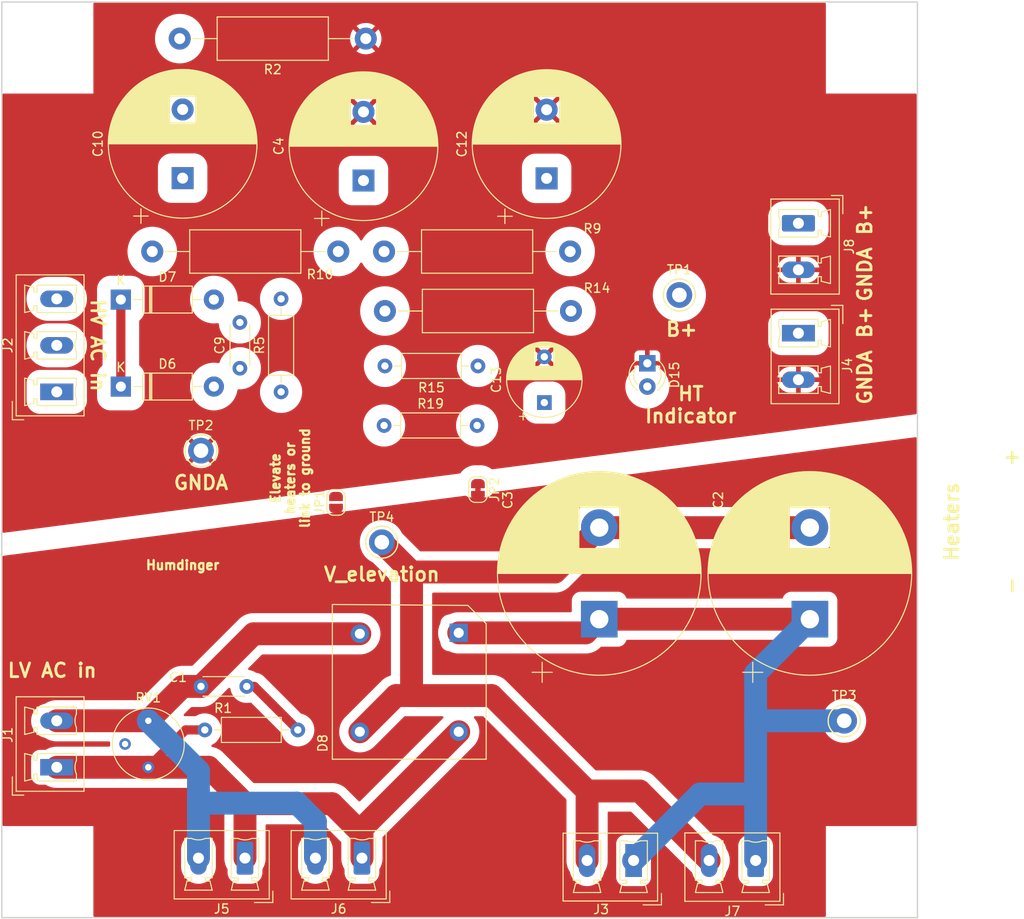
<source format=kicad_pcb>
(kicad_pcb (version 20240108) (generator "pcbnew") (generator_version "8.0")
  (title_block (comment 4 "AISLER Project ID: KBRZOJQS"))
  (layers (0 "F.Cu" signal) (31 "B.Cu" signal) (34 "B.Paste" user) (35 "F.Paste" user) (36 "B.SilkS" user "B.Silkscreen") (37 "F.SilkS" user "F.Silkscreen") (38 "B.Mask" user) (39 "F.Mask" user) (44 "Edge.Cuts" user))
  (net 0 "")
  (net 1 "Net-(C1-Pad1)")
  (net 2 "Net-(D8-+)")
  (net 3 "Net-(C9-Pad2)")
  (net 4 "Net-(D6-A)")
  (net 5 "GNDA")
  (net 6 "Net-(D6-K)")
  (net 7 "Net-(C13-Pad1)")
  (net 8 "Net-(D7-A)")
  (net 9 "Net-(J1-Pin_1)")
  (net 10 "Net-(D15-A)")
  (net 11 "Net-(C4-Pad1)")
  (net 12 "Net-(J4-Pin_1)")
  (net 13 "Net-(J1-Pin_2)")
  (net 14 "+VDC")
  (net 15 "Net-(D8--)")
  (net 16 "Net-(J2-Pin_2)")
  (net 17 "Net-(JP2-A)")
  (footprint "Resistor_THT:R_Axial_DIN0207_L6.3mm_D2.5mm_P10.16mm_Horizontal" (layer "F.Cu") (at 80.5 92.58 90)
    (property "Reference" "R5" (at 5.08 -2.37 90) (layer "F.SilkS"))
    (property "Value" "4.7k")
    (pad "1" thru_hole circle (at 0 0 90) (size 1.6 1.6) (drill 0.8) (layers "*.Cu" "*.Mask") (net 3 "Net-(C9-Pad2)"))
    (pad "2" thru_hole oval (at 10.16 0 90) (size 1.6 1.6) (drill 0.8) (layers "*.Cu" "*.Mask") (net 8 "Net-(D7-A)"))
  )
  (footprint "Resistor_THT:R_Axial_DIN0207_L6.3mm_D2.5mm_P10.16mm_Horizontal" (layer "F.Cu") (at 102 89.75 180)
    (property "Reference" "R15" (at 5.08 -2.37 0) (layer "F.SilkS"))
    (property "Value" "33k")
    (pad "1" thru_hole circle (at 0 0 180) (size 1.6 1.6) (drill 0.8) (layers "*.Cu" "*.Mask") (net 10 "Net-(D15-A)"))
    (pad "2" thru_hole oval (at 10.16 0 180) (size 1.6 1.6) (drill 0.8) (layers "*.Cu" "*.Mask") (net 7 "Net-(C13-Pad1)"))
  )
  (footprint "Capacitor_THT:C_Disc_D4.3mm_W1.9mm_P5.00mm" (layer "F.Cu") (at 76 90 90)
    (property "Reference" "C9" (at 2.5 -2.2 90) (layer "F.SilkS"))
    (property "Value" "10n >1kV")
    (pad "1" thru_hole circle (at 0 0 90) (size 1.6 1.6) (drill 0.8) (layers "*.Cu" "*.Mask") (net 4 "Net-(D6-A)"))
    (pad "2" thru_hole circle (at 5 0 90) (size 1.6 1.6) (drill 0.8) (layers "*.Cu" "*.Mask") (net 3 "Net-(C9-Pad2)"))
  )
  (footprint "Resistor_THT:R_Axial_DIN0414_L11.9mm_D4.5mm_P20.32mm_Horizontal" (layer "F.Cu") (at 91.84 83.75)
    (property "Reference" "R14" (at 23.16 -2.5 0) (layer "F.SilkS"))
    (property "Value" "100k 2W")
    (pad "1" thru_hole circle (at 0 0) (size 2.4 2.4) (drill 1.2) (layers "*.Cu" "*.Mask") (net 7 "Net-(C13-Pad1)"))
    (pad "2" thru_hole oval (at 20.32 0) (size 2.4 2.4) (drill 1.2) (layers "*.Cu" "*.Mask") (net 12 "Net-(J4-Pin_1)"))
  )
  (footprint "Capacitor_THT:C_Disc_D4.3mm_W1.9mm_P5.00mm" (layer "F.Cu") (at 76.75 124.75 180)
    (property "Reference" "C1" (at 7.5 1 180) (layer "F.SilkS"))
    (property "Value" "10n 100V")
    (pad "1" thru_hole circle (at 0 0 180) (size 1.6 1.6) (drill 0.8) (layers "*.Cu" "*.Mask") (net 1 "Net-(C1-Pad1)"))
    (pad "2" thru_hole circle (at 5 0 180) (size 1.6 1.6) (drill 0.8) (layers "*.Cu" "*.Mask") (net 13 "Net-(J1-Pin_2)"))
  )
  (footprint "Capacitor_THT:CP_Radial_D22.0mm_P10.00mm_SnapIn" (layer "F.Cu") (at 138.25 117.407832 90)
    (property "Reference" "C2" (at 13 -10 90) (layer "F.SilkS"))
    (property "Value" "2700uF 50V")
    (pad "1" thru_hole rect (at 0 0 90) (size 4 4) (drill 2) (layers "*.Cu" "*.Mask") (net 2 "Net-(D8-+)"))
    (pad "2" thru_hole circle (at 10 0 90) (size 4 4) (drill 2) (layers "*.Cu" "*.Mask") (net 15 "Net-(D8--)"))
  )
  (footprint "Capacitor_THT:CP_Radial_D22.0mm_P10.00mm_SnapIn" (layer "F.Cu") (at 115.25 117.407832 90)
    (property "Reference" "C3" (at 13 -10 90) (layer "F.SilkS"))
    (property "Value" "2700uF 50V")
    (pad "1" thru_hole rect (at 0 0 90) (size 4 4) (drill 2) (layers "*.Cu" "*.Mask") (net 2 "Net-(D8-+)"))
    (pad "2" thru_hole circle (at 10 0 90) (size 4 4) (drill 2) (layers "*.Cu" "*.Mask") (net 15 "Net-(D8--)"))
  )
  (footprint "Diode_THT:D_DO-41_SOD81_P10.16mm_Horizontal" (layer "F.Cu") (at 63 92)
    (property "Reference" "D6" (at 5.08 -2.47 0) (layer "F.SilkS"))
    (property "Value" "1N4007")
    (fp_text user "K" (at 0 -2.1 0) (layer "F.SilkS"))
    (pad "1" thru_hole rect (at 0 0) (size 2.2 2.2) (drill 1.1) (layers "*.Cu" "*.Mask") (net 6 "Net-(D6-K)"))
    (pad "2" thru_hole oval (at 10.16 0) (size 2.2 2.2) (drill 1.1) (layers "*.Cu" "*.Mask") (net 4 "Net-(D6-A)"))
  )
  (footprint "Diode_THT:D_DO-41_SOD81_P10.16mm_Horizontal" (layer "F.Cu") (at 63 82.5)
    (property "Reference" "D7" (at 5.08 -2.47 0) (layer "F.SilkS"))
    (property "Value" "1N4007")
    (fp_text user "K" (at 0 -2.1 0) (layer "F.SilkS"))
    (pad "1" thru_hole rect (at 0 0) (size 2.2 2.2) (drill 1.1) (layers "*.Cu" "*.Mask") (net 6 "Net-(D6-K)"))
    (pad "2" thru_hole oval (at 10.16 0) (size 2.2 2.2) (drill 1.1) (layers "*.Cu" "*.Mask") (net 8 "Net-(D7-A)"))
  )
  (footprint "LED_THT:LED_D3.0mm" (layer "F.Cu") (at 120.5 89.46 -90)
    (property "Reference" "D15" (at 1.27 -2.96 -90) (layer "F.SilkS"))
    (property "Value" "LED")
    (pad "1" thru_hole rect (at 0 0 270) (size 1.8 1.8) (drill 0.9) (layers "*.Cu" "*.Mask") (net 5 "GNDA"))
    (pad "2" thru_hole circle (at 2.54 0 270) (size 1.8 1.8) (drill 0.9) (layers "*.Cu" "*.Mask") (net 10 "Net-(D15-A)"))
  )
  (footprint "Connector_Phoenix_MC_HighVoltage:PhoenixContact_MCV_1,5_2-G-5.08_1x02_P5.08mm_Vertical" (layer "F.Cu") (at 56 133.58 90)
    (property "Reference" "J1" (at 3.54 -5.35 90) (layer "F.SilkS"))
    (property "Value" "Screw_Terminal_01x02")
    (pad "1" thru_hole rect (at 0 0 90) (size 1.8 3.6) (drill 1.2) (layers "*.Cu" "*.Mask") (net 9 "Net-(J1-Pin_1)"))
    (pad "2" thru_hole oval (at 5.08 0 90) (size 1.8 3.6) (drill 1.2) (layers "*.Cu" "*.Mask") (net 13 "Net-(J1-Pin_2)"))
  )
  (footprint "Connector_Phoenix_MC_HighVoltage:PhoenixContact_MCV_1,5_2-G-5.08_1x02_P5.08mm_Vertical" (layer "F.Cu") (at 119 143.7575 180)
    (property "Reference" "J3" (at 3.54 -5.35 0) (layer "F.SilkS"))
    (property "Value" "Screw_Terminal_01x02")
    (pad "1" thru_hole rect (at 0 0 180) (size 1.8 3.6) (drill 1.2) (layers "*.Cu" "*.Mask") (net 2 "Net-(D8-+)"))
    (pad "2" thru_hole oval (at 5.08 0 180) (size 1.8 3.6) (drill 1.2) (layers "*.Cu" "*.Mask") (net 15 "Net-(D8--)"))
  )
  (footprint "Connector_Phoenix_MC_HighVoltage:PhoenixContact_MCV_1,5_2-G-5.08_1x02_P5.08mm_Vertical" (layer "F.Cu") (at 137 86.17 -90)
    (property "Reference" "J4" (at 3.54 -5.35 -90) (layer "F.SilkS"))
    (property "Value" "Screw_Terminal_01x02")
    (pad "1" thru_hole rect (at 0 0 270) (size 1.8 3.6) (drill 1.2) (layers "*.Cu" "*.Mask") (net 12 "Net-(J4-Pin_1)"))
    (pad "2" thru_hole oval (at 5.08 0 270) (size 1.8 3.6) (drill 1.2) (layers "*.Cu" "*.Mask") (net 5 "GNDA"))
  )
  (footprint "MountingHole:MountingHole_3.2mm_M3" (layer "F.Cu") (at 145 145)
    (property "Reference" "MH2" (hide yes))
    (property "Value" "MountingHole")
    (pad "" np_thru_hole circle (at 0 0) (size 3.2 3.2) (drill 3.2) (layers "*.Cu" "*.Mask"))
  )
  (footprint "MountingHole:MountingHole_3.2mm_M3" (layer "F.Cu") (at 145 55)
    (property "Reference" "MH3" (hide yes))
    (property "Value" "MountingHole")
    (pad "" np_thru_hole circle (at 0 0) (size 3.2 3.2) (drill 3.2) (layers "*.Cu" "*.Mask"))
  )
  (footprint "MountingHole:MountingHole_3.2mm_M3" (layer "F.Cu") (at 55 145)
    (property "Reference" "MH4" (hide yes))
    (property "Value" "MountingHole")
    (pad "" np_thru_hole circle (at 0 0) (size 3.2 3.2) (drill 3.2) (layers "*.Cu" "*.Mask"))
  )
  (footprint "Resistor_THT:R_Axial_DIN0207_L6.3mm_D2.5mm_P10.16mm_Horizontal" (layer "F.Cu") (at 72.17 129.5)
    (property "Reference" "R1" (at 2 -2.37 0) (layer "F.SilkS"))
    (property "Value" "4.7k")
    (pad "1" thru_hole circle (at 0 0) (size 1.6 1.6) (drill 0.8) (layers "*.Cu" "*.Mask") (net 9 "Net-(J1-Pin_1)"))
    (pad "2" thru_hole oval (at 10.16 0) (size 1.6 1.6) (drill 0.8) (layers "*.Cu" "*.Mask") (net 1 "Net-(C1-Pad1)"))
  )
  (footprint "TestPoint:TestPoint_Keystone_5005-5009_Compact" (layer "F.Cu") (at 124 82)
    (property "Reference" "TP1" (at 0 -2.75 0) (layer "F.SilkS"))
    (property "Value" "TestPoint")
    (pad "1" thru_hole circle (at 0 0) (size 2.8 2.8) (drill 1.6) (layers "*.Cu" "*.Mask") (net 12 "Net-(J4-Pin_1)"))
  )
  (footprint "TestPoint:TestPoint_Keystone_5005-5009_Compact" (layer "F.Cu") (at 71.75 99)
    (property "Reference" "TP2" (at 0 -2.75 0) (layer "F.SilkS"))
    (property "Value" "TestPoint")
    (pad "1" thru_hole circle (at 0 0) (size 2.8 2.8) (drill 1.6) (layers "*.Cu" "*.Mask") (net 5 "GNDA"))
  )
  (footprint "TestPoint:TestPoint_Keystone_5005-5009_Compact" (layer "F.Cu") (at 142 128.5)
    (property "Reference" "TP3" (at 0 -2.75 0) (layer "F.SilkS"))
    (property "Value" "TestPoint")
    (pad "1" thru_hole circle (at 0 0) (size 2.8 2.8) (drill 1.6) (layers "*.Cu" "*.Mask") (net 2 "Net-(D8-+)"))
  )
  (footprint "TestPoint:TestPoint_Keystone_5005-5009_Compact" (layer "F.Cu") (at 91.5 109)
    (property "Reference" "TP4" (at 0 -2.75 0) (layer "F.SilkS"))
    (property "Value" "TestPoint")
    (pad "1" thru_hole circle (at 0 0) (size 2.8 2.8) (drill 1.6) (layers "*.Cu" "*.Mask") (net 15 "Net-(D8--)"))
  )
  (footprint "Potentiometer_THT:Potentiometer_Bourns_3339P_Vertical" (layer "F.Cu") (at 66 133.58)
    (property "Reference" "RV1" (at 0 -7.6 360) (layer "F.SilkS"))
    (property "Value" "500r")
    (pad "1" thru_hole circle (at 0 0) (size 1.26 1.26) (drill 0.7) (layers "*.Cu" "*.Mask") (net 9 "Net-(J1-Pin_1)"))
    (pad "2" thru_hole circle (at -2.54 -2.54) (size 1.26 1.26) (drill 0.7) (layers "*.Cu" "*.Mask") (net 14 "+VDC"))
    (pad "3" thru_hole circle (at 0 -5.08) (size 1.26 1.26) (drill 0.7) (layers "*.Cu" "*.Mask") (net 13 "Net-(J1-Pin_2)"))
  )
  (footprint "Diode_THT:Diode_Bridge_16.7x16.7x6.3mm_P10.8mm" (layer "F.Cu") (at 99.9 118.9 -90)
    (property "Reference" "D8" (at 12.05 14.85 90) (layer "F.SilkS"))
    (property "Value" "BR310")
    (pad "1" thru_hole rect (at 0 0 90) (size 2 2) (drill 1.1) (layers "*.Cu" "*.Mask") (net 2 "Net-(D8-+)"))
    (pad "2" thru_hole circle (at 0.1 10.8 90) (size 2 2) (drill 1.1) (layers "*.Cu" "*.Mask") (net 13 "Net-(J1-Pin_2)"))
    (pad "3" thru_hole circle (at 10.8 10.8 90) (size 2 2) (drill 1.1) (layers "*.Cu" "*.Mask") (net 15 "Net-(D8--)"))
    (pad "4" thru_hole circle (at 10.8 0 90) (size 2 2) (drill 1.1) (layers "*.Cu" "*.Mask") (net 9 "Net-(J1-Pin_1)"))
  )
  (footprint "Connector_Phoenix_MC_HighVoltage:PhoenixContact_MCV_1,5_3-G-5.08_1x03_P5.08mm_Vertical" (layer "F.Cu") (at 56 92.58 90)
    (property "Reference" "J2" (at 5.08 -5.35 90) (layer "F.SilkS"))
    (property "Value" "Screw_Terminal_01x03")
    (pad "1" thru_hole rect (at 0 0 90) (size 1.8 3.6) (drill 1.2) (layers "*.Cu" "*.Mask") (net 4 "Net-(D6-A)"))
    (pad "2" thru_hole oval (at 5.08 0 90) (size 1.8 3.6) (drill 1.2) (layers "*.Cu" "*.Mask") (net 16 "Net-(J2-Pin_2)"))
    (pad "3" thru_hole oval (at 10.16 0 90) (size 1.8 3.6) (drill 1.2) (layers "*.Cu" "*.Mask") (net 8 "Net-(D7-A)"))
  )
  (footprint "Resistor_THT:R_Axial_DIN0414_L11.9mm_D4.5mm_P20.32mm_Horizontal" (layer "F.Cu") (at 86.75 77.25 180)
    (property "Reference" "R10" (at 2 -2.5 0) (layer "F.SilkS"))
    (property "Value" "220r 2W")
    (pad "1" thru_hole circle (at 0 0 180) (size 2.4 2.4) (drill 1.2) (layers "*.Cu" "*.Mask") (net 11 "Net-(C4-Pad1)"))
    (pad "2" thru_hole oval (at 20.32 0 180) (size 2.4 2.4) (drill 1.2) (layers "*.Cu" "*.Mask") (net 6 "Net-(D6-K)"))
  )
  (footprint "Capacitor_THT:CP_Radial_D16.0mm_P7.50mm" (layer "F.Cu") (at 69.75 69.237246 90)
    (property "Reference" "C10" (at 3.75 -9.25 90) (layer "F.SilkS"))
    (property "Value" "47u 450V")
    (pad "1" thru_hole rect (at 0 0 90) (size 2.4 2.4) (drill 1.2) (layers "*.Cu" "*.Mask") (net 6 "Net-(D6-K)"))
    (pad "2" thru_hole circle (at 7.5 0 90) (size 2.4 2.4) (drill 1.2) (layers "*.Cu" "*.Mask") (net 16 "Net-(J2-Pin_2)"))
  )
  (footprint "Resistor_THT:R_Axial_DIN0207_L6.3mm_D2.5mm_P10.16mm_Horizontal" (layer "F.Cu") (at 91.75 96.25)
    (property "Reference" "R19" (at 5.08 -2.37 0) (layer "F.SilkS"))
    (property "Value" "100r")
    (pad "1" thru_hole circle (at 0 0) (size 1.6 1.6) (drill 0.8) (layers "*.Cu" "*.Mask") (net 7 "Net-(C13-Pad1)"))
    (pad "2" thru_hole oval (at 10.16 0) (size 1.6 1.6) (drill 0.8) (layers "*.Cu" "*.Mask") (net 17 "Net-(JP2-A)"))
  )
  (footprint "Capacitor_THT:CP_Radial_D8.0mm_P5.00mm" (layer "F.Cu") (at 109.25 93.75 90)
    (property "Reference" "C13" (at 2.5 -5.25 90) (layer "F.SilkS"))
    (property "Value" "10u 100V")
    (pad "1" thru_hole rect (at 0 0 90) (size 1.6 1.6) (drill 0.8) (layers "*.Cu" "*.Mask") (net 7 "Net-(C13-Pad1)"))
    (pad "2" thru_hole circle (at 5 0 90) (size 1.6 1.6) (drill 0.8) (layers "*.Cu" "*.Mask") (net 5 "GNDA"))
  )
  (footprint "MountingHole:MountingHole_3.2mm_M3" (layer "F.Cu") (at 55 55)
    (property "Reference" "MH1" (hide yes))
    (property "Value" "MountingHole")
    (pad "" np_thru_hole circle (at 0 0) (size 3.2 3.2) (drill 3.2) (layers "*.Cu" "*.Mask"))
  )
  (footprint "Jumper:SolderJumper-2_P1.3mm_Open_RoundedPad1.0x1.5mm" (layer "F.Cu") (at 86.5 104.65 90)
    (property "Reference" "JP1" (at 0 -1.8 90) (layer "F.SilkS"))
    (property "Value" "Jumper_NO_Small")
    (pad "1" smd custom (at -0.65 0 90) (size 1 0.5) (layers "F.Cu" "F.Mask") (net 14 "+VDC") (options (clearance outline) (anchor rect)) (primitives (gr_circle (center 0 0.25) (end 0.5 0.25) (width 0) (fill yes)) (gr_circle (center 0 -0.25) (end 0.5 -0.25) (width 0) (fill yes)) (gr_poly (pts (xy 0.5 0.75) (xy 0 0.75) (xy 0 -0.75) (xy 0.5 -0.75)) (width 0) (fill yes))))
    (pad "2" smd custom (at 0.65 0 90) (size 1 0.5) (layers "F.Cu" "F.Mask") (net 5 "GNDA") (options (clearance outline) (anchor rect)) (primitives (gr_circle (center 0 0.25) (end 0.5 0.25) (width 0) (fill yes)) (gr_circle (center 0 -0.25) (end 0.5 -0.25) (width 0) (fill yes)) (gr_poly (pts (xy 0 0.75) (xy -0.5 0.75) (xy -0.5 -0.75) (xy 0 -0.75)) (width 0) (fill yes))))
  )
  (footprint "Capacitor_THT:CP_Radial_D16.0mm_P7.50mm" (layer "F.Cu") (at 89.5 69.5 90)
    (property "Reference" "C4" (at 3.75 -9.25 90) (layer "F.SilkS"))
    (property "Value" "47u 450V")
    (pad "1" thru_hole rect (at 0 0 90) (size 2.4 2.4) (drill 1.2) (layers "*.Cu" "*.Mask") (net 11 "Net-(C4-Pad1)"))
    (pad "2" thru_hole circle (at 7.5 0 90) (size 2.4 2.4) (drill 1.2) (layers "*.Cu" "*.Mask") (net 5 "GNDA"))
  )
  (footprint "Connector_Phoenix_MC_HighVoltage:PhoenixContact_MCV_1,5_2-G-5.08_1x02_P5.08mm_Vertical" (layer "F.Cu") (at 137 74.17 -90)
    (property "Reference" "J8" (at 2.54 -5.55 90) (layer "F.SilkS"))
    (property "Value" "Screw_Terminal_01x02")
    (pad "1" thru_hole roundrect (at 0 0 270) (size 1.8 3.6) (drill 1.2) (layers "*.Cu" "*.Mask") (roundrect_rratio 0.138889) (net 12 "Net-(J4-Pin_1)"))
    (pad "2" thru_hole oval (at 5.08 0 270) (size 1.8 3.6) (drill 1.2) (layers "*.Cu" "*.Mask") (net 5 "GNDA"))
  )
  (footprint "Jumper:SolderJumper-2_P1.3mm_Bridged_RoundedPad1.0x1.5mm" (layer "F.Cu") (at 102 103.25 -90)
    (property "Reference" "JP2" (at 0 -1.8 90) (layer "F.SilkS"))
    (property "Value" "Jumper_2_Bridged")
    (fp_poly (pts (xy 0.25 -0.3) (xy -0.25 -0.3) (xy -0.25 0.3) (xy 0.25 0.3)) (fill solid) (layer "F.Cu"))
    (pad "1" smd custom (at -0.65 0 270) (size 1 0.5) (layers "F.Cu" "F.Mask") (net 17 "Net-(JP2-A)") (options (clearance outline) (anchor rect)) (primitives (gr_circle (center 0 0.25) (end 0.5 0.25) (width 0) (fill yes)) (gr_circle (center 0 -0.25) (end 0.5 -0.25) (width 0) (fill yes)) (gr_poly (pts (xy 0.5 0.75) (xy 0 0.75) (xy 0 -0.75) (xy 0.5 -0.75)) (width 0) (fill yes))))
    (pad "2" smd custom (at 0.65 0 270) (size 1 0.5) (layers "F.Cu" "F.Mask") (net 14 "+VDC") (options (clearance outline) (anchor rect)) (primitives (gr_circle (center 0 0.25) (end 0.5 0.25) (width 0) (fill yes)) (gr_circle (center 0 -0.25) (end 0.5 -0.25) (width 0) (fill yes)) (gr_poly (pts (xy 0 0.75) (xy -0.5 0.75) (xy -0.5 -0.75) (xy 0 -0.75)) (width 0) (fill yes))))
  )
  (footprint "Connector_Phoenix_MC_HighVoltage:PhoenixContact_MCV_1,5_2-G-5.08_1x02_P5.08mm_Vertical" (layer "F.Cu") (at 76.5575 143.5 180)
    (property "Reference" "J5" (at 2.54 -5.55 0) (layer "F.SilkS"))
    (property "Value" "Screw_Terminal_01x02")
    (pad "1" thru_hole roundrect (at 0 0 180) (size 1.8 3.6) (drill 1.2) (layers "*.Cu" "*.Mask") (roundrect_rratio 0.138889) (net 9 "Net-(J1-Pin_1)"))
    (pad "2" thru_hole oval (at 5.08 0 180) (size 1.8 3.6) (drill 1.2) (layers "*.Cu" "*.Mask") (net 13 "Net-(J1-Pin_2)"))
  )
  (footprint "Connector_Phoenix_MC_HighVoltage:PhoenixContact_MCV_1,5_2-G-5.08_1x02_P5.08mm_Vertical" (layer "F.Cu") (at 89.33 143.5 180)
    (property "Reference" "J6" (at 2.54 -5.55 0) (layer "F.SilkS"))
    (property "Value" "Screw_Terminal_01x02")
    (pad "1" thru_hole roundrect (at 0 0 180) (size 1.8 3.6) (drill 1.2) (layers "*.Cu" "*.Mask") (roundrect_rratio 0.138889) (net 9 "Net-(J1-Pin_1)"))
    (pad "2" thru_hole oval (at 5.08 0 180) (size 1.8 3.6) (drill 1.2) (layers "*.Cu" "*.Mask") (net 13 "Net-(J1-Pin_2)"))
  )
  (footprint "Resistor_THT:R_Axial_DIN0414_L11.9mm_D4.5mm_P20.32mm_Horizontal" (layer "F.Cu") (at 112.07 77.25 180)
    (property "Reference" "R9" (at -2.43 2.5 0) (layer "F.SilkS"))
    (property "Value" "220r 2W")
    (pad "1" thru_hole circle (at 0 0 180) (size 2.4 2.4) (drill 1.2) (layers "*.Cu" "*.Mask") (net 12 "Net-(J4-Pin_1)"))
    (pad "2" thru_hole oval (at 20.32 0 180) (size 2.4 2.4) (drill 1.2) (layers "*.Cu" "*.Mask") (net 11 "Net-(C4-Pad1)"))
  )
  (footprint "Resistor_THT:R_Axial_DIN0414_L11.9mm_D4.5mm_P20.32mm_Horizontal" (layer "F.Cu") (at 89.75 54 180)
    (property "Reference" "R2" (at 10.16 -3.37 0) (layer "F.SilkS"))
    (property "Value" "220r 2W")
    (pad "1" thru_hole circle (at 0 0 180) (size 2.4 2.4) (drill 1.2) (layers "*.Cu" "*.Mask") (net 5 "GNDA"))
    (pad "2" thru_hole oval (at 20.32 0 180) (size 2.4 2.4) (drill 1.2) (layers "*.Cu" "*.Mask") (net 16 "Net-(J2-Pin_2)"))
  )
  (footprint "Capacitor_THT:CP_Radial_D16.0mm_P7.50mm" (layer "F.Cu") (at 109.5 69.262755 90)
    (property "Reference" "C12" (at 3.75 -9.25 90) (layer "F.SilkS"))
    (property "Value" "47u 450V")
    (pad "1" thru_hole rect (at 0 0 90) (size 2.4 2.4) (drill 1.2) (layers "*.Cu" "*.Mask") (net 12 "Net-(J4-Pin_1)"))
    (pad "2" thru_hole circle (at 7.5 0 90) (size 2.4 2.4) (drill 1.2) (layers "*.Cu" "*.Mask") (net 5 "GNDA"))
  )
  (footprint "Connector_Phoenix_MC_HighVoltage:PhoenixContact_MCV_1,5_2-G-5.08_1x02_P5.08mm_Vertical" (layer "F.Cu") (at 132.33 143.7575 180)
    (property "Reference" "J7" (at 2.54 -5.55 0) (layer "F.SilkS"))
    (property "Value" "Screw_Terminal_01x02")
    (pad "1" thru_hole roundrect (at 0 0 180) (size 1.8 3.6) (drill 1.2) (layers "*.Cu" "*.Mask") (roundrect_rratio 0.138889) (net 2 "Net-(D8-+)"))
    (pad "2" thru_hole oval (at 5.08 0 180) (size 1.8 3.6) (drill 1.2) (layers "*.Cu" "*.Mask") (net 15 "Net-(D8--)"))
  )
  (gr_line (start 50 50) (end 150 50) (stroke (width 0.15)) (layer "Edge.Cuts"))
  (gr_line (start 50 50) (end 50 150) (stroke (width 0.15)) (layer "Edge.Cuts"))
  (gr_line (start 50 150) (end 150 150) (stroke (width 0.15)) (layer "Edge.Cuts"))
  (gr_line (start 150 50) (end 150 150) (stroke (width 0.15)) (layer "Edge.Cuts"))
  (gr_text "HT\nIndicator" (at 125.25 94 0) (layer "F.SilkS") (effects (font (size 1.5 1.5) (thickness 0.3))))
  (gr_text "B+" (at 144.25 85 90) (layer "F.SilkS") (effects (font (size 1.5 1.5) (thickness 0.3))))
  (gr_text "GNDA" (at 144.25 91 90) (layer "F.SilkS") (effects (font (size 1.5 1.5) (thickness 0.3))))
  (gr_text "Heaters" (at 153.75 106.75 90) (layer "F.SilkS") (effects (font (size 1.5 1.5) (thickness 0.3))))
  (gr_text "GNDA" (at 71.75 102.5 0) (layer "F.SilkS") (effects (font (size 1.5 1.5) (thickness 0.3))))
  (gr_text "V_elevation" (at 91.5 112.5 0) (layer "F.SilkS") (effects (font (size 1.5 1.5) (thickness 0.3))))
  (gr_text "+" (at 160.25 99.75 90) (layer "F.SilkS") (effects (font (size 1.5 1.5) (thickness 0.3))))
  (gr_text "-" (at 160.25 113.75 90) (layer "F.SilkS") (effects (font (size 1.5 1.5) (thickness 0.3))))
  (gr_text "HV AC in" (at 60.5 87.5 270) (layer "F.SilkS") (effects (font (size 1.5 1.5) (thickness 0.3))))
  (gr_text "LV AC in" (at 55.5 123 0) (layer "F.SilkS") (effects (font (size 1.5 1.5) (thickness 0.3))))
  (gr_text "Elevate\nheaters or\nlink to ground" (at 81.5 102 90) (layer "F.SilkS") (effects (font (size 1 1) (thickness 0.25))))
  (gr_text "B+" (at 124.25 85.75 0) (layer "F.SilkS") (effects (font (size 1.5 1.5) (thickness 0.3))))
  (gr_text "Humdinger" (at 69.75 111.5 0) (layer "F.SilkS") (effects (font (size 1 1) (thickness 0.25))))
  (gr_text "GNDA" (at 144.25 79.75 90) (layer "F.SilkS") (effects (font (size 1.5 1.5) (thickness 0.3))))
  (gr_text "B+" (at 144.25 73.75 90) (layer "F.SilkS") (effects (font (size 1.5 1.5) (thickness 0.3))))
  (segment (start 76.75 124.75) (end 77.58 124.75) (width 1) (layer "F.Cu") (net 1))
  (segment (start 77.58 124.75) (end 82.33 129.5) (width 1) (layer "F.Cu") (net 1))
  (segment (start 113.757832 118.9) (end 115.25 117.407832) (width 2.5) (layer "F.Cu") (net 2))
  (segment (start 99.9 118.9) (end 113.757832 118.9) (width 2.5) (layer "F.Cu") (net 2))
  (segment (start 115.25 117.407832) (end 138.25 117.407832) (width 2.5) (layer "F.Cu") (net 2))
  (segment (start 142 128.5) (end 132.33 128.5) (width 2.5) (layer "B.Cu") (net 2))
  (segment (start 132.33 128.5) (end 132.33 123.327832) (width 2.5) (layer "B.Cu") (net 2))
  (segment (start 132.33 143.7575) (end 132.33 136.5) (width 2.5) (layer "B.Cu") (net 2))
  (segment (start 132.33 136.5) (end 132.33 128.5) (width 2.5) (layer "B.Cu") (net 2))
  (segment (start 119 143.7575) (end 126.2575 136.5) (width 2.5) (layer "B.Cu") (net 2))
  (segment (start 132.33 123.327832) (end 138.25 117.407832) (width 2.5) (layer "B.Cu") (net 2))
  (segment (start 126.2575 136.5) (end 132.33 136.5) (width 2.5) (layer "B.Cu") (net 2))
  (segment (start 63 92) (end 63 82.5) (width 1) (layer "F.Cu") (net 6))
  (segment (start 66 133.58) (end 72.58 133.58) (width 2.5) (layer "F.Cu") (net 9))
  (segment (start 89.33 140.27) (end 99.9 129.7) (width 2.5) (layer "F.Cu") (net 9))
  (segment (start 70.08 129.5) (end 66 133.58) (width 1) (layer "F.Cu") (net 9))
  (segment (start 72.17 129.5) (end 70.08 129.5) (width 1) (layer "F.Cu") (net 9))
  (segment (start 89.33 140.83) (end 89.33 143.5) (width 2.5) (layer "F.Cu") (net 9))
  (segment (start 76.5575 137.5575) (end 86.0575 137.5575) (width 2.5) (layer "F.Cu") (net 9))
  (segment (start 56 133.58) (end 66 133.58) (width 2.5) (layer "F.Cu") (net 9))
  (segment (start 89.33 143.5) (end 89.33 140.27) (width 2.5) (layer "F.Cu") (net 9))
  (segment (start 86.0575 137.5575) (end 89.33 140.83) (width 2.5) (layer "F.Cu") (net 9))
  (segment (start 76.5575 137.5575) (end 76.5575 143.5) (width 2.5) (layer "F.Cu") (net 9))
  (segment (start 72.58 133.58) (end 76.5575 137.5575) (width 2.5) (layer "F.Cu") (net 9))
  (segment (start 89.1 119) (end 77.5 119) (width 2.5) (layer "F.Cu") (net 13))
  (segment (start 77.5 119) (end 71.75 124.75) (width 2.5) (layer "F.Cu") (net 13))
  (segment (start 56 128.5) (end 66 128.5) (width 2.5) (layer "F.Cu") (net 13))
  (segment (start 69.75 124.75) (end 66 128.5) (width 2.5) (layer "F.Cu") (net 13))
  (segment (start 71.75 124.75) (end 69.75 124.75) (width 2.5) (layer "F.Cu") (net 13))
  (segment (start 71.4775 137.5) (end 82.25 137.5) (width 2.5) (layer "B.Cu") (net 13))
  (segment (start 82.25 137.5) (end 84.25 139.5) (width 2.5) (layer "B.Cu") (net 13))
  (segment (start 84.25 139.5) (end 84.25 143.5) (width 2.5) (layer "B.Cu") (net 13))
  (segment (start 66 128.5) (end 71.4775 133.9775) (width 2.5) (layer "B.Cu") (net 13))
  (segment (start 71.4775 133.9775) (end 71.4775 143.5) (width 2.5) (layer "B.Cu") (net 13))
  (segment (start 71.4775 143.5) (end 71.4775 137.5) (width 2.5) (layer "B.Cu") (net 13))
  (segment (start 94.75 112.25) (end 94.75 125.75) (width 2.5) (layer "F.Cu") (net 15))
  (segment (start 94.75 125.75) (end 103.5 125.75) (width 2.5) (layer "F.Cu") (net 15))
  (segment (start 115.25 107.407832) (end 138.25 107.407832) (width 2.5) (layer "F.Cu") (net 15))
  (segment (start 93.05 125.75) (end 94.75 125.75) (width 2.5) (layer "F.Cu") (net 15))
  (segment (start 119.6625 136.17) (end 127.25 143.7575) (width 2.5) (layer "F.Cu") (net 15))
  (segment (start 110.407832 112.25) (end 115.25 107.407832) (width 2.5) (layer "F.Cu") (net 15))
  (segment (start 103.5 125.75) (end 113.92 136.17) (width 2.5) (layer "F.Cu") (net 15))
  (segment (start 94.75 112.25) (end 110.407832 112.25) (width 2.5) (layer "F.Cu") (net 15))
  (segment (start 91.5 109) (end 94.75 112.25) (width 2.5) (layer "F.Cu") (net 15))
  (segment (start 113.92 136.17) (end 113.92 143.7575) (width 2.5) (layer "F.Cu") (net 15))
  (segment (start 89.1 129.7) (end 93.05 125.75) (width 2.5) (layer "F.Cu") (net 15))
  (segment (start 113.92 136.17) (end 119.6625 136.17) (width 2.5) (layer "F.Cu") (net 15))
  (zone (net 5) (net_name "GNDA") (layer "F.Cu") (connect_pads (clearance 1.5)) (min_thickness 0.254) (fill yes (thermal_gap 0.508) (thermal_bridge_width 0.508))
    (polygon (pts (xy 50 108) (xy 150 95) (xy 150 50) (xy 50 50)))
  )
  (zone (net 14) (net_name "+VDC") (layer "F.Cu") (connect_pads (clearance 1)) (min_thickness 0.254) (fill yes (thermal_gap 1) (thermal_bridge_width 1))
    (polygon (pts (xy 50 150) (xy 50 110.5) (xy 150 97.5) (xy 150 150)))
  )
  (zone (net 0) (net_name "") (layer "F.Cu") (connect_pads (clearance 0)) (min_thickness 0.254)
    (keepout (tracks allowed) (vias allowed) (pads allowed) (copperpour not_allowed) (footprints allowed))
    (fill (thermal_gap 0.508) (thermal_bridge_width 0.508))
    (polygon (pts (xy 50 50) (xy 50 60) (xy 60 60) (xy 60 50)))
  )
  (zone (net 0) (net_name "") (layer "F.Cu") (connect_pads (clearance 0)) (min_thickness 0.254)
    (keepout (tracks allowed) (vias allowed) (pads allowed) (copperpour not_allowed) (footprints allowed))
    (fill (thermal_gap 0.508) (thermal_bridge_width 0.508))
    (polygon (pts (xy 140 50) (xy 140 60) (xy 150 60) (xy 150 50)))
  )
  (zone (net 0) (net_name "") (layer "F.Cu") (connect_pads (clearance 0)) (min_thickness 0.254)
    (keepout (tracks allowed) (vias allowed) (pads allowed) (copperpour not_allowed) (footprints allowed))
    (fill (thermal_gap 0.508) (thermal_bridge_width 0.508))
    (polygon (pts (xy 50 150) (xy 50 140) (xy 60 140) (xy 60 150)))
  )
  (zone (net 0) (net_name "") (layer "F.Cu") (connect_pads (clearance 0)) (min_thickness 0.254)
    (keepout (tracks allowed) (vias allowed) (pads allowed) (copperpour not_allowed) (footprints allowed))
    (fill (thermal_gap 0.508) (thermal_bridge_width 0.508))
    (polygon (pts (xy 140 150) (xy 140 140) (xy 150 140) (xy 150 150)))
  )
)
</source>
